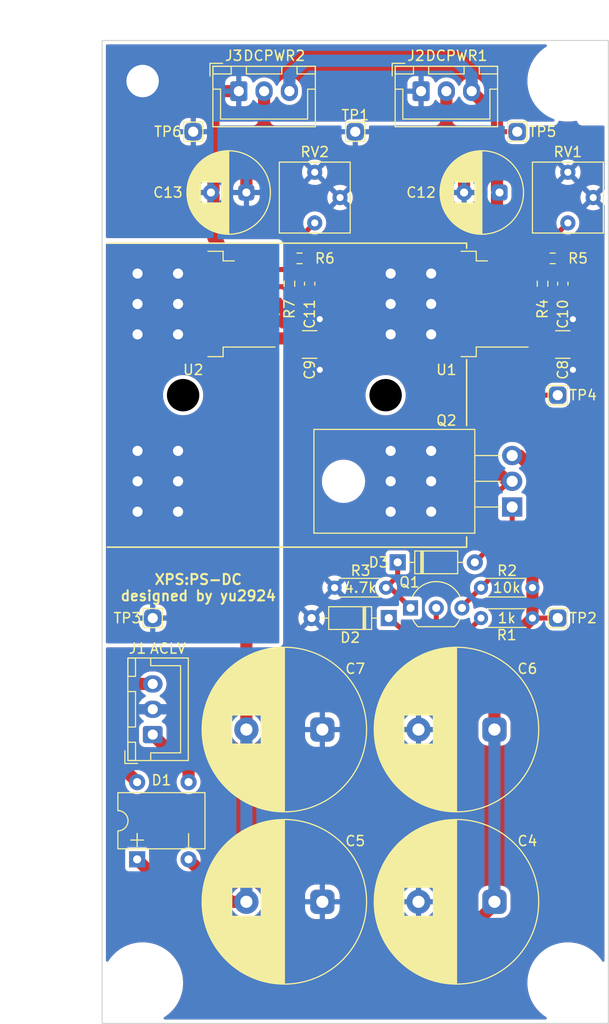
<source format=kicad_pcb>
(kicad_pcb (version 20211014) (generator pcbnew)
  (title_block (title "XPS:PS-DC") (company "yu2924"))
  (layers (0 "F.Cu" signal) (31 "B.Cu" signal) (34 "B.Paste" user) (35 "F.Paste" user) (36 "B.SilkS" user "B.Silkscreen") (37 "F.SilkS" user "F.Silkscreen") (38 "B.Mask" user) (39 "F.Mask" user) (44 "Edge.Cuts" user))
  (net 0 "")
  (net 1 "Net-(C8-Pad1)")
  (net 2 "Net-(C10-Pad2)")
  (net 3 "Net-(C11-Pad1)")
  (net 4 "Net-(D1-Pad4)")
  (net 5 "Net-(D1-Pad3)")
  (net 6 "Net-(D2-Pad1)")
  (net 7 "Net-(D3-Pad1)")
  (net 8 "Net-(Q1-Pad3)")
  (net 9 "/VIH")
  (net 10 "/VM")
  (net 11 "/VIL")
  (net 12 "Net-(R5-Pad2)")
  (net 13 "Net-(R6-Pad1)")
  (net 14 "/VOH")
  (net 15 "/VOL")
  (footprint "Local:ThermalViaPad-TO-220-263" (layer "F.Cu") (at 60.5 73.5 90)
    (fp_text reference "TVP3" hide)
    (fp_text value "ThermalViaPad-TO-220-263" hide)
    (pad "1" smd rect (at 0 0 90) (size 10 9) (layers "F.Cu" "F.Paste" "F.Mask") (net 10 "/VM"))
    (pad "1" smd rect (at 0 0 90) (size 10 9) (layers "B.Cu" "B.Paste" "B.Mask") (net 10 "/VM"))
    (pad "1" thru_hole circle (at 3 2 90) (size 1.4 1.4) (drill 1) (layers *.Cu *.Mask) (net 10 "/VM"))
    (pad "1" thru_hole circle (at 3 -2 90) (size 1.4 1.4) (drill 1) (layers *.Cu *.Mask) (net 10 "/VM"))
    (pad "1" thru_hole circle (at -3 -2 90) (size 1.4 1.4) (drill 1) (layers *.Cu *.Mask) (net 10 "/VM"))
    (pad "1" thru_hole circle (at 0 -2 90) (size 1.4 1.4) (drill 1) (layers *.Cu *.Mask) (net 10 "/VM"))
    (pad "1" thru_hole circle (at 0 2 90) (size 1.4 1.4) (drill 1) (layers *.Cu *.Mask) (net 10 "/VM"))
    (pad "1" thru_hole circle (at -3 2 90) (size 1.4 1.4) (drill 1) (layers *.Cu *.Mask) (net 10 "/VM"))
  )
  (footprint "Local:ThermalViaPad-TO-220-263" (layer "F.Cu") (at 35.5 73.5 90)
    (fp_text reference "TVP4" hide)
    (fp_text value "ThermalViaPad-TO-220-263" hide)
    (pad "1" thru_hole circle (at -3 -2 90) (size 1.4 1.4) (drill 1) (layers *.Cu *.Mask) (net 11 "/VIL"))
    (pad "1" smd rect (at 0 0 90) (size 10 9) (layers "F.Cu" "F.Paste" "F.Mask") (net 11 "/VIL"))
    (pad "1" smd rect (at 0 0 90) (size 10 9) (layers "B.Cu" "B.Paste" "B.Mask") (net 11 "/VIL"))
    (pad "1" thru_hole circle (at 3 2 90) (size 1.4 1.4) (drill 1) (layers *.Cu *.Mask) (net 11 "/VIL"))
    (pad "1" thru_hole circle (at 3 -2 90) (size 1.4 1.4) (drill 1) (layers *.Cu *.Mask) (net 11 "/VIL"))
    (pad "1" thru_hole circle (at 0 2 90) (size 1.4 1.4) (drill 1) (layers *.Cu *.Mask) (net 11 "/VIL"))
    (pad "1" thru_hole circle (at 0 -2 90) (size 1.4 1.4) (drill 1) (layers *.Cu *.Mask) (net 11 "/VIL"))
    (pad "1" thru_hole circle (at -3 2 90) (size 1.4 1.4) (drill 1) (layers *.Cu *.Mask) (net 11 "/VIL"))
  )
  (footprint "Local:JST-XH-B3B-XH-A-1x03-P2.50mm-Vertical" (layer "F.Cu") (at 35 98.5 90)
    (fp_text reference "J1" (at 8.5 -1.5 unlocked) (layer "F.SilkS"))
    (fp_text value "ACLV" (at 8.5 1.5 unlocked) (layer "F.SilkS"))
    (pad "1" thru_hole roundrect (at 0 0 90) (size 1.7 1.95) (drill 1) (layers *.Cu *.Mask) (roundrect_rratio 0.1470588235) (net 5 "Net-(D1-Pad3)"))
    (pad "2" thru_hole oval (at 2.5 0 90) (size 1.7 1.95) (drill 1) (layers *.Cu *.Mask) (net 10 "/VM"))
    (pad "3" thru_hole oval (at 5 0 90) (size 1.7 1.95) (drill 1) (layers *.Cu *.Mask) (net 4 "Net-(D1-Pad4)"))
  )
  (footprint "Local:TestPoint-THT-2x2" (layer "F.Cu") (at 35 87)
    (fp_text reference "TP3" (at -2.5 0 unlocked) (layer "F.SilkS"))
    (fp_text value "TestPoint")
    (pad "1" thru_hole roundrect (at 0 0) (size 1.7 1.7) (drill 1) (layers *.Cu *.Mask) (net 11 "/VIL"))
  )
  (footprint "Local:TestPoint-THT-2x2" (layer "F.Cu") (at 39 39)
    (fp_text reference "TP6" (at -2.5 0 unlocked) (layer "F.SilkS"))
    (fp_text value "TestPoint")
    (pad "1" thru_hole roundrect (at 0 0) (size 1.7 1.7) (drill 1) (layers *.Cu *.Mask) (net 15 "/VOL"))
  )
  (footprint "MountingHole:MountingHole_3.2mm_M3_Pad" (layer "F.Cu") (at 34 34)
    (fp_text reference "H1" hide)
    (fp_text value "FGND")
    (pad "1" thru_hole circle (at 0 0) (size 6.4 6.4) (drill 3.2) (layers *.Cu *.Mask) (net 15 "/VOL"))
  )
  (footprint "MountingHole:MountingHole_3.2mm_M3" (layer "F.Cu") (at 34 123)
    (fp_text reference "REF**" hide)
    (fp_text value "MountingHole_3.2mm_M3" hide)
    (pad "" np_thru_hole circle locked (at 0 0) (size 3.2 3.2) (drill 3.2) (layers F&B.Cu *.Mask) (clearance 2.4))
  )
  (footprint "Capacitor_SMD:C_0603_1608Metric_Pad1.08x0.95mm_HandSolder" (layer "F.Cu") (at 75.5 54 90)
    (fp_text reference "C10" (at -3 0 270) (layer "F.SilkS"))
    (fp_text value "100n")
    (pad "1" smd roundrect locked (at -0.8625 0 90) (size 1.075 0.95) (layers "F.Cu" "F.Paste" "F.Mask") (net 14 "/VOH"))
    (pad "2" smd roundrect locked (at 0.8625 0 90) (size 1.075 0.95) (layers "F.Cu" "F.Paste" "F.Mask") (net 2 "Net-(C10-Pad2)"))
  )
  (footprint "Resistor_SMD:R_0603_1608Metric_Pad0.98x0.95mm_HandSolder" (layer "F.Cu") (at 74.5 51.5 180)
    (fp_text reference "R5" (at -2.5 0 180) (layer "F.SilkS"))
    (fp_text value "1.2k")
    (pad "1" smd roundrect locked (at -0.9125 0 180) (size 0.975 0.95) (layers "F.Cu" "F.Paste" "F.Mask") (net 2 "Net-(C10-Pad2)"))
    (pad "2" smd roundrect locked (at 0.9125 0 180) (size 0.975 0.95) (layers "F.Cu" "F.Paste" "F.Mask") (net 12 "Net-(R5-Pad2)"))
  )
  (footprint "Diode_THT:D_DO-35_SOD27_P7.62mm_Horizontal" (layer "F.Cu") (at 58.31 87 180)
    (fp_text reference "D2" (at 3.81 -1.928) (layer "F.SilkS"))
    (fp_text value "1N5246B-T")
    (pad "1" thru_hole rect locked (at 0 0 180) (size 1.6 1.6) (drill 0.8) (layers *.Cu *.Mask) (net 6 "Net-(D2-Pad1)"))
    (pad "2" thru_hole circle locked (at 7.62 0 180) (size 1.6 1.6) (drill 0.8) (layers *.Cu *.Mask) (net 10 "/VM"))
  )
  (footprint "Local:NPTH-M3" (layer "F.Cu") (at 58 65)
    (fp_text reference "TMH1" hide)
    (fp_text value "HeatSinkMountHole" hide)
    (pad "" np_thru_hole circle (at 0 0) (size 3.2 3.2) (drill 3.2) (layers *.Mask))
  )
  (footprint "Package_TO_SOT_SMD:TO-263-5_TabPin3" (layer "F.Cu") (at 39 56 180)
    (fp_text reference "U2" (at 0 -6.5 180) (layer "F.SilkS"))
    (fp_text value "LT3015Q")
    (pad "1" smd rect locked (at -5.775 -3.4 180) (size 4.6 1.1) (layers "F.Cu" "F.Paste" "F.Mask") (net 11 "/VIL"))
    (pad "2" smd rect locked (at -5.775 -1.7 180) (size 4.6 1.1) (layers "F.Cu" "F.Paste" "F.Mask") (net 10 "/VM"))
    (pad "3" smd rect locked (at 3.375 0 180) (size 9.4 10.8) (layers "F.Cu" "F.Mask") (net 11 "/VIL"))
    (pad "3" smd rect locked (at -5.775 0 180) (size 4.6 1.1) (layers "F.Cu" "F.Paste" "F.Mask") (net 11 "/VIL"))
    (pad "4" smd rect locked (at -5.775 1.7 180) (size 4.6 1.1) (layers "F.Cu" "F.Paste" "F.Mask") (net 3 "Net-(C11-Pad1)"))
    (pad "5" smd rect locked (at -5.775 3.4 180) (size 4.6 1.1) (layers "F.Cu" "F.Paste" "F.Mask") (net 15 "/VOL"))
  )
  (footprint "Local:R-THT-Axial-Horz-P5.08mm" (layer "F.Cu") (at 69.96 84 180)
    (fp_text reference "R2" (at -0.04 1.676) (layer "F.SilkS"))
    (fp_text value "10k" (at 0 0) (layer "F.SilkS"))
    (pad "1" thru_hole circle (at -2.54 0 180) (size 1.4 1.4) (drill 0.7) (layers *.Cu *.Mask) (net 9 "/VIH"))
    (pad "2" thru_hole circle (at 2.54 0 180) (size 1.4 1.4) (drill 0.7) (layers *.Cu *.Mask) (net 8 "Net-(Q1-Pad3)"))
  )
  (footprint "Resistor_SMD:R_0603_1608Metric_Pad0.98x0.95mm_HandSolder" (layer "F.Cu") (at 73.5 54 90)
    (fp_text reference "R4" (at -2.5 0 270) (layer "F.SilkS"))
    (fp_text value "10k")
    (pad "1" smd roundrect locked (at -0.9125 0 90) (size 0.975 0.95) (layers "F.Cu" "F.Paste" "F.Mask") (net 14 "/VOH"))
    (pad "2" smd roundrect locked (at 0.9125 0 90) (size 0.975 0.95) (layers "F.Cu" "F.Paste" "F.Mask") (net 2 "Net-(C10-Pad2)"))
  )
  (footprint "Local:CP-THT-Radial-D8.0mm-P3.50mm" (layer "F.Cu") (at 67.5 45 180)
    (fp_text reference "C12" (at 6 0 180) (layer "F.SilkS"))
    (fp_text value "47u")
    (pad "1" thru_hole roundrect (at -1.75 0 180) (size 1.6 1.6) (drill 0.8) (layers *.Cu *.Mask) (net 14 "/VOH"))
    (pad "2" thru_hole oval (at 1.75 0 180) (size 1.6 1.6) (drill 0.8) (layers *.Cu *.Mask) (net 10 "/VM"))
  )
  (footprint "Package_TO_SOT_SMD:TO-263-5_TabPin3" (layer "F.Cu") (at 64 56 180)
    (fp_text reference "U1" (at 0 -6.5 180) (layer "F.SilkS"))
    (fp_text value "LT1963AEQ")
    (pad "1" smd rect locked (at -5.775 -3.4 180) (size 4.6 1.1) (layers "F.Cu" "F.Paste" "F.Mask") (net 1 "Net-(C8-Pad1)"))
    (pad "2" smd rect locked (at -5.775 -1.7 180) (size 4.6 1.1) (layers "F.Cu" "F.Paste" "F.Mask") (net 1 "Net-(C8-Pad1)"))
    (pad "3" smd rect locked (at 3.375 0 180) (size 9.4 10.8) (layers "F.Cu" "F.Mask") (net 10 "/VM"))
    (pad "3" smd rect locked (at -5.775 0 180) (size 4.6 1.1) (layers "F.Cu" "F.Paste" "F.Mask") (net 10 "/VM"))
    (pad "4" smd rect locked (at -5.775 1.7 180) (size 4.6 1.1) (layers "F.Cu" "F.Paste" "F.Mask") (net 14 "/VOH"))
    (pad "5" smd rect locked (at -5.775 3.4 180) (size 4.6 1.1) (layers "F.Cu" "F.Paste" "F.Mask") (net 2 "Net-(C10-Pad2)"))
  )
  (footprint "Local:R-THT-Axial-Horz-P5.08mm" (layer "F.Cu") (at 55.5 84 180)
    (fp_text reference "R3" (at -0.027 1.676) (layer "F.SilkS"))
    (fp_text value "4.7k" (at 0 0) (layer "F.SilkS"))
    (pad "1" thru_hole circle (at -2.54 0 180) (size 1.4 1.4) (drill 0.7) (layers *.Cu *.Mask) (net 7 "Net-(D3-Pad1)"))
    (pad "2" thru_hole circle (at 2.54 0 180) (size 1.4 1.4) (drill 0.7) (layers *.Cu *.Mask) (net 10 "/VM"))
  )
  (footprint "Local:TOCOS-GF063P1" (layer "F.Cu") (at 76 45.5 -90)
    (fp_text reference "RV1" (at -4.5 0 unlocked) (layer "F.SilkS"))
    (fp_text value "200")
    (pad "1" thru_hole circle (at -2.5 0 270) (size 1.5 1.5) (drill 0.7) (layers *.Cu *.Mask) (net 10 "/VM"))
    (pad "2" thru_hole circle (at 0 -2.5 270) (size 1.5 1.5) (drill 0.7) (layers *.Cu *.Mask) (net 10 "/VM"))
    (pad "3" thru_hole circle (at 2.5 0) (size 1.5 1.5) (drill 0.7) (layers *.Cu *.Mask) (net 12 "Net-(R5-Pad2)"))
  )
  (footprint "MountingHole:MountingHole_3.2mm_M3" (layer "F.Cu") (at 76 123)
    (fp_text reference "REF**" hide)
    (fp_text value "MountingHole_3.2mm_M3" hide)
    (pad "" np_thru_hole circle locked (at 0 0) (size 3.2 3.2) (drill 3.2) (layers F&B.Cu *.Mask) (clearance 2.4))
  )
  (footprint "Local:NPTH-M3" (layer "F.Cu") (at 38 65)
    (fp_text reference "TMH2" hide)
    (fp_text value "HeatSinkMountHole" hide)
    (pad "" np_thru_hole circle (at 0 0) (size 3.2 3.2) (drill 3.2) (layers *.Mask))
  )
  (footprint "Local:TestPoint-THT-2x2" (layer "F.Cu") (at 75 65)
    (fp_text reference "TP4" (at 2.5 0 unlocked) (layer "F.SilkS"))
    (fp_text value "TestPoint")
    (pad "1" thru_hole roundrect (at 0 0) (size 1.7 1.7) (drill 1) (layers *.Cu *.Mask) (net 1 "Net-(C8-Pad1)"))
  )
  (footprint "Local:CP-THT-Radial-D16.0mm-P7.50mm" (layer "F.Cu") (at 48 98 180)
    (fp_text reference "C7" (at -7 6 180) (layer "F.SilkS"))
    (fp_text value "1500u")
    (pad "1" thru_hole roundrect (at -3.75 0 180) (size 2.4 2.4) (drill 1.2) (layers *.Cu *.Mask) (net 10 "/VM"))
    (pad "2" thru_hole oval (at 3.75 0 180) (size 2.4 2.4) (drill 1.2) (layers *.Cu *.Mask) (net 11 "/VIL"))
  )
  (footprint "Local:TOCOS-GF063P1" (layer "F.Cu") (at 51 45.5 -90)
    (fp_text reference "RV2" (at -4.5 0 unlocked) (layer "F.SilkS"))
    (fp_text value "200")
    (pad "1" thru_hole circle (at -2.5 0 270) (size 1.5 1.5) (drill 0.7) (layers *.Cu *.Mask) (net 10 "/VM"))
    (pad "2" thru_hole circle (at 0 -2.5 270) (size 1.5 1.5) (drill 0.7) (layers *.Cu *.Mask) (net 10 "/VM"))
    (pad "3" thru_hole circle (at 2.5 0) (size 1.5 1.5) (drill 0.7) (layers *.Cu *.Mask) (net 13 "Net-(R6-Pad1)"))
  )
  (footprint "Package_TO_SOT_THT:TO-220-3_Horizontal_TabDown" (layer "F.Cu") (at 70.5 76.04 90)
    (fp_text reference "Q2" (at 8.54 -6.5 180) (layer "F.SilkS"))
    (fp_text value "2SA1441")
    (pad "" np_thru_hole oval locked (at 2.54 -16.66 90) (size 3.5 3.5) (drill 3.5) (layers *.Cu *.Mask))
    (pad "1" thru_hole rect locked (at 0 0 90) (size 1.905 2) (drill 1.1) (layers *.Cu *.Mask) (net 8 "Net-(Q1-Pad3)"))
    (pad "2" thru_hole oval locked (at 2.54 0 90) (size 1.905 2) (drill 1.1) (layers *.Cu *.Mask) (net 1 "Net-(C8-Pad1)"))
    (pad "3" thru_hole oval locked (at 5.08 0 90) (size 1.905 2) (drill 1.1) (layers *.Cu *.Mask) (net 9 "/VIH"))
  )
  (footprint "Local:CP-THT-Radial-D16.0mm-P7.50mm" (layer "F.Cu") (at 65 115 180)
    (fp_text reference "C4" (at -7 6 180) (layer "F.SilkS"))
    (fp_text value "1500u")
    (pad "1" thru_hole roundrect (at -3.75 0 180) (size 2.4 2.4) (drill 1.2) (layers *.Cu *.Mask) (net 9 "/VIH"))
    (pad "2" thru_hole oval (at 3.75 0 180) (size 2.4 2.4) (drill 1.2) (layers *.Cu *.Mask) (net 10 "/VM"))
  )
  (footprint "MountingHole:MountingHole_3.2mm_M3" (layer "F.Cu") (at 76 34)
    (fp_text reference "REF**" hide)
    (fp_text value "MountingHole_3.2mm_M3" hide)
    (pad "" np_thru_hole circle locked (at 0 0) (size 3.2 3.2) (drill 3.2) (layers F&B.Cu *.Mask) (clearance 2.4))
  )
  (footprint "Resistor_SMD:R_0603_1608Metric_Pad0.98x0.95mm_HandSolder" (layer "F.Cu") (at 49.5 51.5)
    (fp_text reference "R6" (at 2.5 0 180) (layer "F.SilkS"))
    (fp_text value "1.2k")
    (pad "1" smd roundrect locked (at -0.9125 0) (size 0.975 0.95) (layers "F.Cu" "F.Paste" "F.Mask") (net 13 "Net-(R6-Pad1)"))
    (pad "2" smd roundrect locked (at 0.9125 0) (size 0.975 0.95) (layers "F.Cu" "F.Paste" "F.Mask") (net 3 "Net-(C11-Pad1)"))
  )
  (footprint "Local:CP-THT-Radial-D16.0mm-P7.50mm" (layer "F.Cu") (at 65 98 180)
    (fp_text reference "C6" (at -7 6 180) (layer "F.SilkS"))
    (fp_text value "1500u")
    (pad "1" thru_hole roundrect (at -3.75 0 180) (size 2.4 2.4) (drill 1.2) (layers *.Cu *.Mask) (net 9 "/VIH"))
    (pad "2" thru_hole oval (at 3.75 0 180) (size 2.4 2.4) (drill 1.2) (layers *.Cu *.Mask) (net 10 "/VM"))
  )
  (footprint "Diode_THT:D_DO-35_SOD27_P7.62mm_Horizontal" (layer "F.Cu") (at 59.19 81.5)
    (fp_text reference "D3" (at -1.885 0) (layer "F.SilkS"))
    (fp_text value "1N4148")
    (pad "1" thru_hole rect (at 0 0) (size 1.6 1.6) (drill 0.8) (layers *.Cu *.Mask) (net 7 "Net-(D3-Pad1)"))
    (pad "2" thru_hole oval (at 7.62 0) (size 1.6 1.6) (drill 0.8) (layers *.Cu *.Mask) (net 1 "Net-(C8-Pad1)"))
  )
  (footprint "Capacitor_SMD:C_0603_1608Metric_Pad1.08x0.95mm_HandSolder" (layer "F.Cu") (at 50.5 54 90)
    (fp_text reference "C11" (at -3 0 270) (layer "F.SilkS"))
    (fp_text value "100n")
    (pad "1" smd roundrect locked (at -0.8625 0 90) (size 1.075 0.95) (layers "F.Cu" "F.Paste" "F.Mask") (net 3 "Net-(C11-Pad1)"))
    (pad "2" smd roundrect locked (at 0.8625 0 90) (size 1.075 0.95) (layers "F.Cu" "F.Paste" "F.Mask") (net 15 "/VOL"))
  )
  (footprint "Resistor_SMD:R_0603_1608Metric_Pad0.98x0.95mm_HandSolder" (layer "F.Cu") (at 48.5 54 90)
    (fp_text reference "R7" (at -2.5 0 270) (layer "F.SilkS"))
    (fp_text value "10k")
    (pad "1" smd roundrect locked (at -0.9125 0 90) (size 0.975 0.95) (layers "F.Cu" "F.Paste" "F.Mask") (net 3 "Net-(C11-Pad1)"))
    (pad "2" smd roundrect locked (at 0.9125 0 90) (size 0.975 0.95) (layers "F.Cu" "F.Paste" "F.Mask") (net 15 "/VOL"))
  )
  (footprint "Local:CP-THT-Radial-D8.0mm-P3.50mm" (layer "F.Cu") (at 42.5 45 180)
    (fp_text reference "C13" (at 6 0 180) (layer "F.SilkS"))
    (fp_text value "47u")
    (pad "1" thru_hole roundrect (at -1.75 0 180) (size 1.6 1.6) (drill 0.8) (layers *.Cu *.Mask) (net 10 "/VM"))
    (pad "2" thru_hole oval (at 1.75 0 180) (size 1.6 1.6) (drill 0.8) (layers *.Cu *.Mask) (net 15 "/VOL"))
  )
  (footprint "Local:TestPoint-THT-2x2" (layer "F.Cu") (at 55 39)
    (fp_text reference "TP1" (at 0 -1.634 unlocked) (layer "F.SilkS"))
    (fp_text value "TestPoint")
    (pad "1" thru_hole roundrect (at 0 0) (size 1.7 1.7) (drill 1) (layers *.Cu *.Mask) (net 10 "/VM"))
  )
  (footprint "Capacitor_SMD:C_1210_3225Metric_Pad1.33x2.70mm_HandSolder" (layer "F.Cu") (at 50.5 60 180)
    (fp_text reference "C9" (at 0 -2.5 90) (layer "F.SilkS"))
    (fp_text value "10u")
    (pad "1" smd roundrect locked (at -1.5625 0 180) (size 1.325 2.7) (layers "F.Cu" "F.Paste" "F.Mask") (roundrect_rratio 0.1886792453) (net 10 "/VM"))
    (pad "2" smd roundrect locked (at 1.5625 0 180) (size 1.325 2.7) (layers "F.Cu" "F.Paste" "F.Mask") (roundrect_rratio 0.1886792453) (net 11 "/VIL"))
  )
  (footprint "Package_TO_SOT_THT:TO-92_Inline_Wide" (layer "F.Cu") (at 60.46 86)
    (fp_text reference "Q1" (at -0.107 -2.533) (layer "F.SilkS"))
    (fp_text value "2N3904")
    (pad "1" thru_hole rect locked (at 0 0) (size 1.5 1.5) (drill 0.8) (layers *.Cu *.Mask) (net 7 "Net-(D3-Pad1)"))
    (pad "2" thru_hole circle locked (at 2.54 0) (size 1.5 1.5) (drill 0.8) (layers *.Cu *.Mask) (net 6 "Net-(D2-Pad1)"))
    (pad "3" thru_hole circle locked (at 5.08 0) (size 1.5 1.5) (drill 0.8) (layers *.Cu *.Mask) (net 8 "Net-(Q1-Pad3)"))
  )
  (footprint "Local:ThermalViaPad-TO-220-263" (layer "F.Cu") (at 35.5 56 90)
    (fp_text reference "TVP2" hide)
    (fp_text value "ThermalViaPad-TO-220-263" hide)
    (pad "1" thru_hole circle (at 0 -2 90) (size 1.4 1.4) (drill 1) (layers *.Cu *.Mask) (net 11 "/VIL"))
    (pad "1" thru_hole circle (at 3 2 90) (size 1.4 1.4) (drill 1) (layers *.Cu *.Mask) (net 11 "/VIL"))
    (pad "1" thru_hole circle (at 3 -2 90) (size 1.4 1.4) (drill 1) (layers *.Cu *.Mask) (net 11 "/VIL"))
    (pad "1" thru_hole circle (at 0 2 90) (size 1.4 1.4) (drill 1) (layers *.Cu *.Mask) (net 11 "/VIL"))
    (pad "1" thru_hole circle (at -3 2 90) (size 1.4 1.4) (drill 1) (layers *.Cu *.Mask) (net 11 "/VIL"))
    (pad "1" smd rect (at 0 0 90) (size 10 9) (layers "F.Cu" "F.Paste" "F.Mask") (net 11 "/VIL"))
    (pad "1" thru_hole circle (at -3 -2 90) (size 1.4 1.4) (drill 1) (layers *.Cu *.Mask) (net 11 "/VIL"))
    (pad "1" smd rect (at 0 0 90) (size 10 9) (layers "B.Cu" "B.Paste" "B.Mask") (net 11 "/VIL"))
  )
  (footprint "Local:JST-XH-B3B-XH-A-1x03-P2.50mm-Vertical" (layer "F.Cu") (at 43.5 35)
    (fp_text reference "J3" (at -0.5 -3.5 unlocked) (layer "F.SilkS"))
    (fp_text value "DCPWR2" (at 3.5 -3.5 unlocked) (layer "F.SilkS"))
    (pad "1" thru_hole roundrect (at 0 0) (size 1.7 1.95) (drill 1) (layers *.Cu *.Mask) (roundrect_rratio 0.1470588235) (net 15 "/VOL"))
    (pad "2" thru_hole oval (at 2.5 0) (size 1.7 1.95) (drill 1) (layers *.Cu *.Mask) (net 10 "/VM"))
    (pad "3" thru_hole oval (at 5 0) (size 1.7 1.95) (drill 1) (layers *.Cu *.Mask) (net 14 "/VOH"))
  )
  (footprint "Local:JST-XH-B3B-XH-A-1x03-P2.50mm-Vertical" (layer "F.Cu") (at 61.5 35)
    (fp_text reference "J2" (at -0.5 -3.5 unlocked) (layer "F.SilkS"))
    (fp_text value "DCPWR1" (at 3.5 -3.5 unlocked) (layer "F.SilkS"))
    (pad "1" thru_hole roundrect (at 0 0) (size 1.7 1.95) (drill 1) (layers *.Cu *.Mask) (roundrect_rratio 0.1470588235) (net 15 "/VOL"))
    (pad "2" thru_hole oval (at 2.5 0) (size 1.7 1.95) (drill 1) (layers *.Cu *.Mask) (net 10 "/VM"))
    (pad "3" thru_hole oval (at 5 0) (size 1.7 1.95) (drill 1) (layers *.Cu *.Mask) (net 14 "/VOH"))
  )
  (footprint "Local:CP-THT-Radial-D16.0mm-P7.50mm" (layer "F.Cu") (at 48 115 180)
    (fp_text reference "C5" (at -7 6 180) (layer "F.SilkS"))
    (fp_text value "1500u")
    (pad "1" thru_hole roundrect (at -3.75 0 180) (size 2.4 2.4) (drill 1.2) (layers *.Cu *.Mask) (net 10 "/VM"))
    (pad "2" thru_hole oval (at 3.75 0 180) (size 2.4 2.4) (drill 1.2) (layers *.Cu *.Mask) (net 11 "/VIL"))
  )
  (footprint "Local:TestPoint-THT-2x2" (layer "F.Cu") (at 75 87)
    (fp_text reference "TP2" (at 2.5 0 unlocked) (layer "F.SilkS"))
    (fp_text value "TestPoint")
    (pad "1" thru_hole roundrect (at 0 0) (size 1.7 1.7) (drill 1) (layers *.Cu *.Mask) (net 9 "/VIH"))
  )
  (footprint "Local:DiodeBridge_DIP-4_W7.62mm_P5.08mm-SDI2100" (layer "F.Cu") (at 36 107 90)
    (fp_text reference "D1" (at 4 -0.14 180) (layer "F.SilkS"))
    (fp_text value "SDI2100")
    (pad "1" thru_hole rect (at -3.81 -2.54 90) (size 1.6 1.6) (drill 0.8) (layers *.Cu *.Mask) (net 9 "/VIH"))
    (pad "2" thru_hole oval (at -3.81 2.54 90) (size 1.6 1.6) (drill 0.8) (layers *.Cu *.Mask) (net 11 "/VIL"))
    (pad "3" thru_hole oval (at 3.81 2.54 90) (size 1.6 1.6) (drill 0.8) (layers *.Cu *.Mask) (net 5 "Net-(D1-Pad3)"))
    (pad "4" thru_hole oval (at 3.81 -2.54 90) (size 1.6 1.6) (drill 0.8) (layers *.Cu *.Mask) (net 4 "Net-(D1-Pad4)"))
  )
  (footprint "Capacitor_SMD:C_1210_3225Metric_Pad1.33x2.70mm_HandSolder" (layer "F.Cu") (at 75.5 60)
    (fp_text reference "C8" (at 0 2.5 270) (layer "F.SilkS"))
    (fp_text value "10u")
    (pad "1" smd roundrect locked (at -1.5625 0) (size 1.325 2.7) (layers "F.Cu" "F.Paste" "F.Mask") (roundrect_rratio 0.1886792453) (net 1 "Net-(C8-Pad1)"))
    (pad "2" smd roundrect locked (at 1.5625 0) (size 1.325 2.7) (layers "F.Cu" "F.Paste" "F.Mask") (roundrect_rratio 0.1886792453) (net 10 "/VM"))
  )
  (footprint "Local:R-THT-Axial-Horz-P5.08mm" (layer "F.Cu") (at 69.96 87 180)
    (fp_text reference "R1" (at 0 -1.674) (layer "F.SilkS"))
    (fp_text value "1k" (at 0 0) (layer "F.SilkS"))
    (pad "1" thru_hole circle (at -2.54 0 180) (size 1.4 1.4) (drill 0.7) (layers *.Cu *.Mask) (net 9 "/VIH"))
    (pad "2" thru_hole oval (at 2.54 0 180) (size 1.4 1.4) (drill 0.7) (layers *.Cu *.Mask) (net 6 "Net-(D2-Pad1)"))
  )
  (footprint "Local:TestPoint-THT-2x2" (layer "F.Cu") (at 71 39)
    (fp_text reference "TP5" (at 2.5 0 unlocked) (layer "F.SilkS"))
    (fp_text value "TestPoint")
    (pad "1" thru_hole roundrect (at 0 0) (size 1.7 1.7) (drill 1) (layers *.Cu *.Mask) (net 14 "/VOH"))
  )
  (footprint "Local:ThermalViaPad-TO-220-263" (layer "F.Cu") (at 60.5 56 90)
    (fp_text reference "TVP1" hide)
    (fp_text value "ThermalViaPad-TO-220-263" hide)
    (pad "1" thru_hole circle (at 0 2 90) (size 1.4 1.4) (drill 1) (layers *.Cu *.Mask) (net 10 "/VM"))
    (pad "1" smd rect (at 0 0 90) (size 10 9) (layers "F.Cu" "F.Paste" "F.Mask") (net 10 "/VM"))
    (pad "1" thru_hole circle (at -3 2 90) (size 1.4 1.4) (drill 1) (layers *.Cu *.Mask) (net 10 "/VM"))
    (pad "1" thru_hole circle (at -3 -2 90) (size 1.4 1.4) (drill 1) (layers *.Cu *.Mask) (net 10 "/VM"))
    (pad "1" smd rect (at 0 0 90) (size 10 9) (layers "B.Cu" "B.Paste" "B.Mask") (net 10 "/VM"))
    (pad "1" thru_hole circle (at 3 2 90) (size 1.4 1.4) (drill 1) (layers *.Cu *.Mask) (net 10 "/VM"))
    (pad "1" thru_hole circle (at 0 -2 90) (size 1.4 1.4) (drill 1) (layers *.Cu *.Mask) (net 10 "/VM"))
    (pad "1" thru_hole circle (at 3 -2 90) (size 1.4 1.4) (drill 1) (layers *.Cu *.Mask) (net 10 "/VM"))
  )
  (gr_line (start 66 80) (end 30.5 80) (layer "F.SilkS") (width 0.15))
  (gr_line (start 30.5 50) (end 66 50) (layer "F.SilkS") (width 0.15))
  (gr_line (start 66 61.5) (end 66 68) (layer "F.SilkS") (width 0.15))
  (gr_line (start 66 79) (end 66 80) (layer "F.SilkS") (width 0.15))
  (gr_line (start 66 50) (end 66 50.5) (layer "F.SilkS") (width 0.15))
  (gr_rect (start 30 30) (end 80 127) (layer "Edge.Cuts") (width 0.1) (fill none))
  (gr_text "XPS:PS-DC\ndesigned by yu2924" (at 39.5 84) (layer "F.SilkS") (effects (font (size 1 1) (thickness 0.2))))
  (segment (start 68.5 75.188478) (end 70.188478 73.5) (width 0.5) (layer "F.Cu") (net 1))
  (segment (start 70 73.5) (end 68.5 72) (width 1.2) (layer "F.Cu") (net 1))
  (segment (start 70.188478 73.5) (end 70.5 73.5) (width 0.5) (layer "F.Cu") (net 1))
  (segment (start 73.3375 59.4) (end 73.9375 60) (width 1.2) (layer "F.Cu") (net 1))
  (segment (start 69.775 57.7) (end 69.775 59.4) (width 1.2) (layer "F.Cu") (net 1))
  (segment (start 70.5 73.5) (end 70 73.5) (width 1.2) (layer "F.Cu") (net 1))
  (segment (start 69.775 65.225) (end 69.775 59.4) (width 1.2) (layer "F.Cu") (net 1))
  (segment (start 66.81 81.5) (end 68.5 79.81) (width 0.5) (layer "F.Cu") (net 1))
  (segment (start 69.775 68.725) (end 69.775 65.225) (width 1.2) (layer "F.Cu") (net 1))
  (segment (start 75 65) (end 70 65) (width 0.5) (layer "F.Cu") (net 1))
  (segment (start 68.5 72) (end 68.5 70) (width 1.2) (layer "F.Cu") (net 1))
  (segment (start 69.775 59.4) (end 73.3375 59.4) (width 1.2) (layer "F.Cu") (net 1))
  (segment (start 70 65) (end 69.775 65.225) (width 0.5) (layer "F.Cu") (net 1))
  (segment (start 68.5 70) (end 69.775 68.725) (width 1.2) (layer "F.Cu") (net 1))
  (segment (start 68.5 79.81) (end 68.5 75.188478) (width 0.5) (layer "F.Cu") (net 1))
  (segment (start 73.0125 52.6) (end 73.5 53.0875) (width 0.5) (layer "F.Cu") (net 2))
  (segment (start 73.5 53.0875) (end 75.45 53.0875) (width 0.5) (layer "F.Cu") (net 2))
  (segment (start 69.775 52.6) (end 73.0125 52.6) (width 0.5) (layer "F.Cu") (net 2))
  (segment (start 75.5 53.1375) (end 75.5 51.5875) (width 0.5) (layer "F.Cu") (net 2))
  (segment (start 75.5 51.5875) (end 75.4125 51.5) (width 0.5) (layer "F.Cu") (net 2))
  (segment (start 75.45 53.0875) (end 75.5 53.1375) (width 0.5) (layer "F.Cu") (net 2))
  (segment (start 51.5 53.8625) (end 50.5 54.8625) (width 0.5) (layer "F.Cu") (net 3))
  (segment (start 51.5 52.5) (end 51.5 53.8625) (width 0.5) (layer "F.Cu") (net 3))
  (segment (start 50.5 51.5) (end 51.5 52.5) (width 0.5) (layer "F.Cu") (net 3))
  (segment (start 47.8875 54.3) (end 48.5 54.9125) (width 0.5) (layer "F.Cu") (net 3))
  (segment (start 50.45 54.9125) (end 50.5 54.8625) (width 0.5) (layer "F.Cu") (net 3))
  (segment (start 48.5 54.9125) (end 50.45 54.9125) (width 0.5) (layer "F.Cu") (net 3))
  (segment (start 44.775 54.3) (end 47.8875 54.3) (width 0.5) (layer "F.Cu") (net 3))
  (segment (start 50.4125 51.5) (end 50.5 51.5) (width 0.5) (layer "F.Cu") (net 3))
  (segment (start 32 101.73) (end 32 95) (width 1.2) (layer "F.Cu") (net 4))
  (segment (start 33.5 93.5) (end 35 93.5) (width 1.2) (layer "F.Cu") (net 4))
  (segment (start 32 95) (end 33.5 93.5) (width 1.2) (layer "F.Cu") (net 4))
  (segment (start 33.46 103.19) (end 32 101.73) (width 1.2) (layer "F.Cu") (net 4))
  (segment (start 35 98.5) (end 38.54 102.04) (width 1.2) (layer "F.Cu") (net 5))
  (segment (start 38.54 102.04) (end 38.54 103.19) (width 1.2) (layer "F.Cu") (net 5))
  (segment (start 63 88) (end 66.42 88) (width 0.5) (layer "F.Cu") (net 6))
  (segment (start 58.31 87) (end 59.5 88) (width 0.5) (layer "F.Cu") (net 6))
  (segment (start 66.42 88) (end 67.42 87) (width 0.5) (layer "F.Cu") (net 6))
  (segment (start 59.5 88) (end 63 88) (width 0.5) (layer "F.Cu") (net 6))
  (segment (start 63 86) (end 63 88) (width 0.5) (layer "F.Cu") (net 6))
  (segment (start 59.19 81.5) (end 59.19 82.85) (width 0.5) (layer "F.Cu") (net 7))
  (segment (start 59.19 82.85) (end 58.04 84) (width 0.5) (layer "F.Cu") (net 7))
  (segment (start 58.46 84) (end 60.46 86) (width 0.5) (layer "F.Cu") (net 7))
  (segment (start 58.04 84) (end 58.46 84) (width 0.5) (layer "F.Cu") (net 7))
  (segment (start 65.54 86) (end 65.54 85.88) (width 0.5) (layer "F.Cu") (net 8))
  (segment (start 70.5 76.04) (end 70.5 80.92) (width 0.5) (layer "F.Cu") (net 8))
  (segment (start 65.54 85.88) (end 67.42 84) (width 0.5) (layer "F.Cu") (net 8))
  (segment (start 70.5 80.92) (end 67.42 84) (width 0.5) (layer "F.Cu") (net 8))
  (segment (start 61 123) (end 45.65 123) (width 1.2) (layer "F.Cu") (net 9))
  (segment (start 72.5 84) (end 72.5 72.25) (width 1.2) (layer "F.Cu") (net 9))
  (segment (start 68.75 98) (end 68.75 90.75) (width 1.2) (layer "F.Cu") (net 9))
  (segment (start 45.65 123) (end 33.46 110.81) (width 1.2) (layer "F.Cu") (net 9))
  (segment (start 68.75 115) (end 68.75 115.25) (width 1.2) (layer "F.Cu") (net 9))
  (segment (start 72.5 87) (end 75 87) (width 0.5) (layer "F.Cu") (net 9))
  (segment (start 69.25 90.25) (end 72.5 87) (width 1.2) (layer "F.Cu") (net 9))
  (segment (start 71.21 70.96) (end 70.5 70.96) (width 1.2) (layer "F.Cu") (net 9))
  (segment (start 68.75 115.25) (end 61 123) (width 1.2) (layer "F.Cu") (net 9))
  (segment (start 68.75 90.75) (end 69.25 90.25) (width 1.2) (layer "F.Cu") (net 9))
  (segment (start 72.5 72.25) (end 71.21 70.96) (width 1.2) (layer "F.Cu") (net 9))
  (segment (start 72.5 87) (end 72.5 84) (width 1.2) (layer "F.Cu") (net 9))
  (segment (start 68.75 115) (end 68.75 98) (width 1.2) (layer "B.Cu") (net 9))
  (segment (start 69.775 56) (end 72.5 56) (width 1.2) (layer "F.Cu") (net 10))
  (segment (start 46 39) (end 46 35) (width 1.2) (layer "F.Cu") (net 10))
  (segment (start 62.5 70.5) (end 62.5 73.5) (width 0.25) (layer "F.Cu") (net 10))
  (segment (start 58.5 56) (end 60.5 56) (width 0.25) (layer "F.Cu") (net 10))
  (segment (start 72.5 56) (end 74 57.5) (width 1.2) (layer "F.Cu") (net 10))
  (segment (start 47.8 57.7) (end 48 57.5) (width 1.2) (layer "F.Cu") (net 10))
  (segment (start 58.5 53) (end 58.5 56) (width 0.25) (layer "F.Cu") (net 10))
  (segment (start 58.5 70.5) (end 58.5 73.5) (width 0.25) (layer "F.Cu") (net 10))
  (segment (start 74 57.5) (end 76.5 57.5) (width 1.2) (layer "F.Cu") (net 10))
  (segment (start 62.5 56) (end 60.625 56) (width 0.25) (layer "F.Cu") (net 10))
  (segment (start 64 35) (end 64 39) (width 1.2) (layer "F.Cu") (net 10))
  (segment (start 69.775 56) (end 60.625 56) (width 1.2) (layer "F.Cu") (net 10))
  (segment (start 62.5 76.5) (end 62.5 73.5) (width 0.25) (layer "F.Cu") (net 10))
  (segment (start 58.5 73.5) (end 60.5 73.5) (width 0.25) (layer "F.Cu") (net 10))
  (segment (start 62.5 56) (end 62.5 53) (width 0.25) (layer "F.Cu") (net 10))
  (segment (start 44.25 40.75) (end 46 39) (width 1.2) (layer "F.Cu") (net 10))
  (segment (start 48 57.5) (end 51.5 57.5) (width 1.2) (layer "F.Cu") (net 10))
  (segment (start 64 39) (end 65.75 40.75) (width 1.2) (layer "F.Cu") (net 10))
  (segment (start 65.75 40.75) (end 65.75 45) (width 1.2) (layer "F.Cu") (net 10))
  (segment (start 62.5 73.5) (end 60.5 73.5) (width 0.25) (layer "F.Cu") (net 10))
  (segment (start 58.5 73.5) (end 58.5 76.5) (width 0.25) (layer "F.Cu") (net 10))
  (segment (start 44.775 57.7) (end 47.8 57.7) (width 1.2) (layer "F.Cu") (net 10))
  (segment (start 44.25 45) (end 44.25 40.75) (width 1.2) (layer "F.Cu") (net 10))
  (segment (start 58.5 56) (end 58.5 59) (width 0.25) (layer "F.Cu") (net 10))
  (segment (start 62.5 59) (end 62.5 56) (width 0.25) (layer "F.Cu") (net 10))
  (via (at 51.5 62.5) (size 1) (drill 0.6) (layers "F.Cu" "B.Cu") (net 10))
  (via (at 76.5 62.5) (size 1) (drill 0.6) (layers "F.Cu" "B.Cu") (net 10))
  (via (at 76.5 57.5) (size 1) (drill 0.6) (layers "F.Cu" "B.Cu") (net 10))
  (via (at 51.5 57.5) (size 1) (drill 0.6) (layers "F.Cu" "B.Cu") (net 10))
  (segment (start 33.5 56) (end 35.5 56) (width 0.25) (layer "F.Cu") (net 11))
  (segment (start 44.25 98) (end 44.25 61.3) (width 1.2) (layer "F.Cu") (net 11))
  (segment (start 37.5 73.5) (end 37.5 76.5) (width 0.25) (layer "F.Cu") (net 11))
  (segment (start 33.5 73.5) (end 35.5 73.5) (width 0.25) (layer "F.Cu") (net 11))
  (segment (start 44.775 59.4) (end 39.025 59.4) (width 1.2) (layer "F.Cu") (net 11))
  (segment (start 44.25 61.3) (end 44.775 60.775) (width 1.2) (layer "F.Cu") (net 11))
  (segment (start 37.5 73.5) (end 35.5 73.5) (width 0.25) (layer "F.Cu") (net 11))
  (segment (start 37.5 70.5) (end 37.5 73.5) (width 0.25) (layer "F.Cu") (net 11))
  (segment (start 44.775 56) (end 35.5 56) (width 1.2) (layer "F.Cu") (net 11))
  (segment (start 37.5 56) (end 37.5 59) (width 0.25) (layer "F.Cu") (net 11))
  (segment (start 33.5 70.5) (end 33.5 73.5) (width 0.25) (layer "F.Cu") (net 11))
  (segment (start 42.73 115) (end 38.54 110.81) (width 1.2) (layer "F.Cu") (net 11))
  (segment (start 44.25 115) (end 42.73 115) (width 1.2) (layer "F.Cu") (net 11))
  (segment (start 44.775 60.775) (end 44.775 59.4) (width 1.2) (layer "F.Cu") (net 11))
  (segment (start 48.3375 59.4) (end 48.9375 60) (width 1.2) (layer "F.Cu") (net 11))
  (segment (start 33.5 73.5) (end 33.5 76.5) (width 0.25) (layer "F.Cu") (net 11))
  (segment (start 37.5 56) (end 35.625 56) (width 0.25) (layer "F.Cu") (net 11))
  (segment (start 44.775 59.4) (end 48.3375 59.4) (width 1.2) (layer "F.Cu") (net 11))
  (segment (start 37.5 53) (end 37.5 56) (width 0.25) (layer "F.Cu") (net 11))
  (segment (start 39.025 59.4) (end 35.625 56) (width 1.2) (layer "F.Cu") (net 11))
  (segment (start 33.5 56) (end 33.5 59) (width 0.25) (layer "F.Cu") (net 11))
  (segment (start 33.5 53) (end 33.5 56) (width 0.25) (layer "F.Cu") (net 11))
  (segment (start 44.25 98) (end 44.25 115) (width 1.2) (layer "B.Cu") (net 11))
  (segment (start 73.5875 50.4125) (end 76 48) (width 0.5) (layer "F.Cu") (net 12))
  (segment (start 73.5875 51.5) (end 73.5875 50.4125) (width 0.5) (layer "F.Cu") (net 12))
  (segment (start 48.5875 51.5) (end 48.5875 50.4125) (width 0.5) (layer "F.Cu") (net 13))
  (segment (start 48.5875 50.4125) (end 51 48) (width 0.5) (layer "F.Cu") (net 13))
  (segment (start 69 45.25) (end 69.25 45) (width 1.2) (layer "F.Cu") (net 14))
  (segment (start 73.5 54.9125) (end 75.45 54.9125) (width 0.5) (layer "F.Cu") (net 14))
  (segment (start 69 44.75) (end 69.25 45) (width 1.2) (layer "F.Cu") (net 14))
  (segment (start 69 39) (end 69 44.75) (width 1.2) (layer "F.Cu") (net 14))
  (segment (start 72.8875 54.3) (end 73.5 54.9125) (width 0.5) (layer "F.Cu") (net 14))
  (segment (start 67.025978 54.3) (end 66.5 53.774022) (width 1.2) (layer "F.Cu") (net 14))
  (segment (start 66.5 50.5) (end 69 48) (width 1.2) (layer "F.Cu") (net 14))
  (segment (start 69.775 54.3) (end 72.8875 54.3) (width 0.5) (layer "F.Cu") (net 14))
  (segment (start 75.45 54.9125) (end 75.5 54.8625) (width 0.5) (layer "F.Cu") (net 14))
  (segment (start 69 48) (end 69 45.25) (width 1.2) (layer "F.Cu") (net 14))
  (segment (start 69.775 54.3) (end 67.025978 54.3) (width 1.2) (layer "F.Cu") (net 14))
  (segment (start 66.5 35) (end 69 37.5) (width 1.2) (layer "F.Cu") (net 14))
  (segment (start 71 39) (end 69 39) (width 0.5) (layer "F.Cu") (net 14))
  (segment (start 66.5 53.774022) (end 66.5 50.5) (width 1.2) (layer "F.Cu") (net 14))
  (segment (start 69 37.5) (end 69 39) (width 1.2) (layer "F.Cu") (net 14))
  (segment (start 48.5 35) (end 48.5 33.5) (width 1.2) (layer "B.Cu") (net 14))
  (segment (start 50 32) (end 65 32) (width 1.2) (layer "B.Cu") (net 14))
  (segment (start 48.5 33.5) (end 50 32) (width 1.2) (layer "B.Cu") (net 14))
  (segment (start 65 32) (end 66.5 33.5) (width 1.2) (layer "B.Cu") (net 14))
  (segment (start 66.5 33.5) (end 66.5 35) (width 1.2) (layer "B.Cu") (net 14))
  (segment (start 50.45 53.0875) (end 50.5 53.1375) (width 0.5) (layer "F.Cu") (net 15))
  (segment (start 42.1 52.6) (end 41.5 52) (width 1.2) (layer "F.Cu") (net 15))
  (segment (start 48.0125 52.6) (end 48.5 53.0875) (width 0.5) (layer "F.Cu") (net 15))
  (segment (start 41 35) (end 41 44.75) (width 1.2) (layer "F.Cu") (net 15))
  (segment (start 43.5 35) (end 41 35) (width 1.2) (layer "F.Cu") (net 15))
  (segment (start 41.5 52) (end 41.5 50) (width 1.2) (layer "F.Cu") (net 15))
  (segment (start 44.775 52.6) (end 48.0125 52.6) (width 0.5) (layer "F.Cu") (net 15))
  (segment (start 48.5 53.0875) (end 50.45 53.0875) (width 0.5) (layer "F.Cu") (net 15))
  (segment (start 41 44.75) (end 40.75 45) (width 1.2) (layer "F.Cu") (net 15))
  (segment (start 41.5 50) (end 41 49.5) (width 1.2) (layer "F.Cu") (net 15))
  (segment (start 41 45.25) (end 40.75 45) (width 1.2) (layer "F.Cu") (net 15))
  (segment (start 44.775 52.6) (end 42.1 52.6) (width 1.2) (layer "F.Cu") (net 15))
  (segment (start 41 49.5) (end 41 45.25) (width 1.2) (layer "F.Cu") (net 15))
  (zone (net 15) (net_name "/VOL") (layers F&B.Cu) (priority 2) (connect_pads (clearance 0.381)) (min_thickness 0.254) (fill yes (thermal_gap 0.508) (thermal_bridge_width 0.508))
    (polygon (pts (xy 80 38) (xy 41 38) (xy 41 49.5) (xy 30 49.5) (xy 30 30) (xy 80 30)))
  )
  (zone (net 10) (net_name "/VM") (layers F&B.Cu) (connect_pads (clearance 0.3841)) (min_thickness 0.254) (fill yes (thermal_gap 0.508) (thermal_bridge_width 0.508))
    (polygon (pts (xy 80 127) (xy 30 127) (xy 30 30) (xy 80 30)))
  )
  (zone (net 11) (net_name "/VIL") (layers F&B.Cu) (priority 1) (connect_pads (clearance 0.381)) (min_thickness 0.254) (fill yes (thermal_gap 0.508) (thermal_bridge_width 0.508))
    (polygon (pts (xy 47.5 50) (xy 47.5 89.5) (xy 30 89.5) (xy 30 50)))
  )
)
</source>
